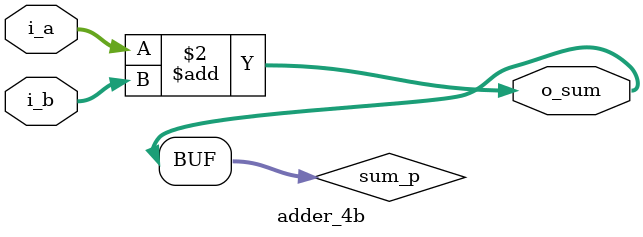
<source format=v>



    module adder_4b (

        input [WIDTH-1:0] i_a,
        input [WIDTH-1:0] i_b,
        output [WIDTH:0] o_sum
    
    );
        reg [WIDTH:0] sum_p;

    parameter WIDTH = 4; 

    always @(*) begin
        sum_p = i_a + i_b;
    end

    assign o_sum = sum_p;

    endmodule
</source>
